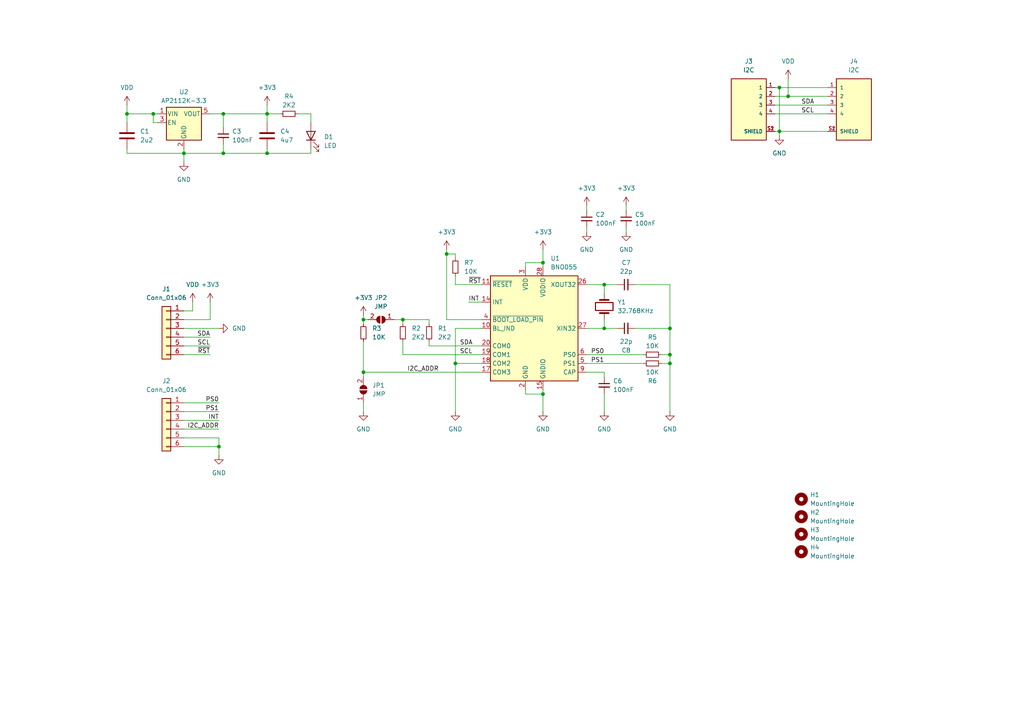
<source format=kicad_sch>
(kicad_sch (version 20230121) (generator eeschema)
  (paper "A4")
  (lib_symbols
    (symbol "Connector_Generic:Conn_01x06" (pin_names (offset 1.016) hide)
      (property "Reference" "J" (at 0 7.62 0))
      (property "Value" "Conn_01x06" (at 0 -10.16 0))
      (symbol "Conn_01x06_1_1"
        (rectangle (start -1.27 -7.493) (end 0 -7.747) (stroke (width 0.1524)))
        (rectangle (start -1.27 -4.953) (end 0 -5.207) (stroke (width 0.1524)))
        (rectangle (start -1.27 -2.413) (end 0 -2.667) (stroke (width 0.1524)))
        (rectangle (start -1.27 0.127) (end 0 -0.127) (stroke (width 0.1524)))
        (rectangle (start -1.27 2.667) (end 0 2.413) (stroke (width 0.1524)))
        (rectangle (start -1.27 5.207) (end 0 4.953) (stroke (width 0.1524)))
        (rectangle (start -1.27 6.35) (end 1.27 -8.89) (stroke (width 0.254)) (fill (type background)))
        (pin passive line (at -5.08 5.08 0) (length 3.81) (name "Pin_1") (number "1"))
        (pin passive line (at -5.08 2.54 0) (length 3.81) (name "Pin_2") (number "2"))
        (pin passive line (at -5.08 0 0) (length 3.81) (name "Pin_3") (number "3"))
        (pin passive line (at -5.08 -2.54 0) (length 3.81) (name "Pin_4") (number "4"))
        (pin passive line (at -5.08 -5.08 0) (length 3.81) (name "Pin_5") (number "5"))
        (pin passive line (at -5.08 -7.62 0) (length 3.81) (name "Pin_6") (number "6"))
      )
    )
    (symbol "Device:C" (pin_numbers hide) (pin_names (offset 0.254))
      (property "Reference" "C" (at 0.635 2.54 0))
      (property "Value" "C" (at 0.635 -2.54 0))
      (symbol "C_0_1"
        (polyline (pts (xy -2.032 -0.762) (xy 2.032 -0.762)) (stroke (width 0.508)))
        (polyline (pts (xy -2.032 0.762) (xy 2.032 0.762)) (stroke (width 0.508)))
      )
      (symbol "C_1_1"
        (pin passive line (at 0 3.81 270) (length 2.794) (name "~") (number "1"))
        (pin passive line (at 0 -3.81 90) (length 2.794) (name "~") (number "2"))
      )
    )
    (symbol "Device:C_Small" (pin_numbers hide) (pin_names (offset 0.254) hide)
      (property "Reference" "C" (at 0.254 1.778 0))
      (property "Value" "C_Small" (at 0.254 -2.032 0))
      (symbol "C_Small_0_1"
        (polyline (pts (xy -1.524 -0.508) (xy 1.524 -0.508)) (stroke (width 0.3302)))
        (polyline (pts (xy -1.524 0.508) (xy 1.524 0.508)) (stroke (width 0.3048)))
      )
      (symbol "C_Small_1_1"
        (pin passive line (at 0 2.54 270) (length 2.032) (name "~") (number "1"))
        (pin passive line (at 0 -2.54 90) (length 2.032) (name "~") (number "2"))
      )
    )
    (symbol "Device:Crystal" (pin_numbers hide) (pin_names (offset 1.016) hide)
      (property "Reference" "Y" (at 0 3.81 0))
      (property "Value" "Crystal" (at 0 -3.81 0))
      (symbol "Crystal_0_1"
        (rectangle (start -1.143 2.54) (end 1.143 -2.54) (stroke (width 0.3048)))
        (polyline (pts (xy -2.54 0) (xy -1.905 0)))
        (polyline (pts (xy -1.905 -1.27) (xy -1.905 1.27)) (stroke (width 0.508)))
        (polyline (pts (xy 1.905 -1.27) (xy 1.905 1.27)) (stroke (width 0.508)))
        (polyline (pts (xy 2.54 0) (xy 1.905 0)))
      )
      (symbol "Crystal_1_1"
        (pin passive line (at -3.81 0 0) (length 1.27) (name "1") (number "1"))
        (pin passive line (at 3.81 0 180) (length 1.27) (name "2") (number "2"))
      )
    )
    (symbol "Device:LED" (pin_numbers hide) (pin_names (offset 1.016) hide)
      (property "Reference" "D" (at 0 2.54 0))
      (property "Value" "LED" (at 0 -2.54 0))
      (symbol "LED_0_1"
        (polyline (pts (xy -1.27 -1.27) (xy -1.27 1.27)) (stroke (width 0.254)))
        (polyline (pts (xy -1.27 0) (xy 1.27 0)))
        (polyline (pts (xy 1.27 -1.27) (xy 1.27 1.27) (xy -1.27 0) (xy 1.27 -1.27)) (stroke (width 0.254)))
        (polyline (pts (xy -3.048 -0.762) (xy -4.572 -2.286) (xy -3.81 -2.286) (xy -4.572 -2.286) (xy -4.572 -1.524)))
        (polyline (pts (xy -1.778 -0.762) (xy -3.302 -2.286) (xy -2.54 -2.286) (xy -3.302 -2.286) (xy -3.302 -1.524)))
      )
      (symbol "LED_1_1"
        (pin passive line (at -3.81 0 0) (length 2.54) (name "K") (number "1"))
        (pin passive line (at 3.81 0 180) (length 2.54) (name "A") (number "2"))
      )
    )
    (symbol "Device:R_Small" (pin_numbers hide) (pin_names (offset 0.254) hide)
      (property "Reference" "R" (at 0.762 0.508 0))
      (property "Value" "R_Small" (at 0.762 -1.016 0))
      (symbol "R_Small_0_1"
        (rectangle (start -0.762 1.778) (end 0.762 -1.778) (stroke (width 0.2032)))
      )
      (symbol "R_Small_1_1"
        (pin passive line (at 0 2.54 270) (length 0.762) (name "~") (number "1"))
        (pin passive line (at 0 -2.54 90) (length 0.762) (name "~") (number "2"))
      )
    )
    (symbol "Jumper:SolderJumper_2_Open" (pin_names (offset 0) hide)
      (property "Reference" "JP" (at 0 2.032 0))
      (property "Value" "SolderJumper_2_Open" (at 0 -2.54 0))
      (symbol "SolderJumper_2_Open_0_1"
        (arc (start -0.254 1.016) (mid -1.2656 0) (end -0.254 -1.016))
        (arc (start -0.254 1.016) (mid -1.2656 0) (end -0.254 -1.016) (fill (type outline)))
        (polyline (pts (xy -0.254 1.016) (xy -0.254 -1.016)))
        (polyline (pts (xy 0.254 1.016) (xy 0.254 -1.016)))
        (arc (start 0.254 -1.016) (mid 1.2656 0) (end 0.254 1.016))
        (arc (start 0.254 -1.016) (mid 1.2656 0) (end 0.254 1.016) (fill (type outline)))
      )
      (symbol "SolderJumper_2_Open_1_1"
        (pin passive line (at -3.81 0 0) (length 2.54) (name "A") (number "1"))
        (pin passive line (at 3.81 0 180) (length 2.54) (name "B") (number "2"))
      )
    )
    (symbol "Mechanical:MountingHole" (pin_names (offset 1.016))
      (property "Reference" "H" (at 0 5.08 0))
      (property "Value" "MountingHole" (at 0 3.175 0))
      (symbol "MountingHole_0_1"
        (circle (center 0 0) (radius 1.27) (stroke (width 1.27)))
      )
    )
    (symbol "Regulator_Linear:AP2112K-3.3" (pin_names (offset 0.254))
      (property "Reference" "U" (at -5.08 5.715 0))
      (property "Value" "AP2112K-3.3" (at 0 5.715 0))
      (symbol "AP2112K-3.3_0_1"
        (rectangle (start -5.08 4.445) (end 5.08 -5.08) (stroke (width 0.254)) (fill (type background)))
      )
      (symbol "AP2112K-3.3_1_1"
        (pin power_in line (at -7.62 2.54 0) (length 2.54) (name "VIN") (number "1"))
        (pin power_in line (at 0 -7.62 90) (length 2.54) (name "GND") (number "2"))
        (pin input line (at -7.62 0 0) (length 2.54) (name "EN") (number "3"))
        (pin no_connect line (at 5.08 0 180) (length 2.54) hide (name "NC") (number "4"))
        (pin power_out line (at 7.62 2.54 180) (length 2.54) (name "VOUT") (number "5"))
      )
    )
    (symbol "SM04B-SRSS-TB_LF__SN_:SM04B-SRSS-TB_LF__SN_" (pin_names (offset 1.016))
      (property "Reference" "J" (at -5.0831 8.1433 0))
      (property "Value" "SM04B-SRSS-TB_LF__SN_" (at -5.0835 -11.9557 0))
      (symbol "SM04B-SRSS-TB_LF__SN__0_0"
        (rectangle (start -5.08 -10.16) (end 5.08 7.62) (stroke (width 0.254)) (fill (type background)))
        (pin passive line (at -7.62 5.08 0) (length 2.54) (name "1") (number "1"))
        (pin passive line (at -7.62 2.54 0) (length 2.54) (name "2") (number "2"))
        (pin passive line (at -7.62 0 0) (length 2.54) (name "3") (number "3"))
        (pin passive line (at -7.62 -2.54 0) (length 2.54) (name "4") (number "4"))
        (pin passive line (at -7.62 -7.62 0) (length 2.54) (name "SHIELD") (number "S1"))
        (pin passive line (at -7.62 -7.62 0) (length 2.54) (name "SHIELD") (number "S2"))
      )
    )
    (symbol "Sensor_Motion:BNO055"
      (property "Reference" "U" (at -11.43 16.51 0))
      (property "Value" "BNO055" (at 12.7 16.51 0))
      (symbol "BNO055_0_1"
        (rectangle (start -12.7 15.24) (end 12.7 -15.24) (stroke (width 0.254)) (fill (type background)))
      )
      (symbol "BNO055_1_1"
        (pin no_connect line (at -12.7 10.16 0) (length 2.54) hide (name "PIN1") (number "1"))
        (pin output line (at -15.24 0 0) (length 2.54) (name "BL_IND") (number "10"))
        (pin input line (at -15.24 12.7 0) (length 2.54) (name "~{RESET}") (number "11"))
        (pin no_connect line (at 12.7 10.16 180) (length 2.54) hide (name "PIN12") (number "12"))
        (pin no_connect line (at 12.7 7.62 180) (length 2.54) hide (name "PIN13") (number "13"))
        (pin output line (at -15.24 7.62 0) (length 2.54) (name "INT") (number "14"))
        (pin power_in line (at 2.54 -17.78 90) (length 2.54) (name "GNDIO") (number "15"))
        (pin passive line (at 2.54 -17.78 90) (length 2.54) hide (name "GNDIO") (number "16"))
        (pin input line (at -15.24 -12.7 0) (length 2.54) (name "COM3") (number "17"))
        (pin passive line (at -15.24 -10.16 0) (length 2.54) (name "COM2") (number "18"))
        (pin bidirectional line (at -15.24 -7.62 0) (length 2.54) (name "COM1") (number "19"))
        (pin power_in line (at -2.54 -17.78 90) (length 2.54) (name "GND") (number "2"))
        (pin bidirectional line (at -15.24 -5.08 0) (length 2.54) (name "COM0") (number "20"))
        (pin no_connect line (at 12.7 5.08 180) (length 2.54) hide (name "PIN21") (number "21"))
        (pin no_connect line (at 12.7 2.54 180) (length 2.54) hide (name "PIN22") (number "22"))
        (pin no_connect line (at 12.7 -2.54 180) (length 2.54) hide (name "PIN23") (number "23"))
        (pin no_connect line (at 12.7 -5.08 180) (length 2.54) hide (name "PIN24") (number "24"))
        (pin passive line (at 2.54 -17.78 90) (length 2.54) hide (name "GNDIO") (number "25"))
        (pin output line (at 15.24 12.7 180) (length 2.54) (name "XOUT32") (number "26"))
        (pin input line (at 15.24 0 180) (length 2.54) (name "XIN32") (number "27"))
        (pin power_in line (at 2.54 17.78 270) (length 2.54) (name "VDDIO") (number "28"))
        (pin power_in line (at -2.54 17.78 270) (length 2.54) (name "VDD") (number "3"))
        (pin input line (at -15.24 2.54 0) (length 2.54) (name "~{BOOT_LOAD_PIN}") (number "4"))
        (pin input line (at 15.24 -10.16 180) (length 2.54) (name "PS1") (number "5"))
        (pin input line (at 15.24 -7.62 180) (length 2.54) (name "PS0") (number "6"))
        (pin no_connect line (at -12.7 5.08 0) (length 2.54) hide (name "PIN7") (number "7"))
        (pin no_connect line (at -12.7 -2.54 0) (length 2.54) hide (name "PIN8") (number "8"))
        (pin passive line (at 15.24 -12.7 180) (length 2.54) (name "CAP") (number "9"))
      )
    )
    (symbol "power:+3V3" (power) (pin_names (offset 0))
      (property "Value" "+3V3" (at 0 3.556 0))
      (symbol "+3V3_0_1"
        (polyline (pts (xy -0.762 1.27) (xy 0 2.54)))
        (polyline (pts (xy 0 0) (xy 0 2.54)))
        (polyline (pts (xy 0 2.54) (xy 0.762 1.27)))
      )
      (symbol "+3V3_1_1"
        (pin power_in line (at 0 0 90) (length 0) hide (name "+3V3") (number "1"))
      )
    )
    (symbol "power:GND" (power) (pin_names (offset 0))
      (property "Value" "GND" (at 0 -3.81 0))
      (symbol "GND_0_1"
        (polyline (pts (xy 0 0) (xy 0 -1.27) (xy 1.27 -1.27) (xy 0 -2.54) (xy -1.27 -1.27) (xy 0 -1.27)))
      )
      (symbol "GND_1_1"
        (pin power_in line (at 0 0 270) (length 0) hide (name "GND") (number "1"))
      )
    )
    (symbol "power:VDD" (power) (pin_names (offset 0))
      (property "Value" "VDD" (at 0 3.81 0))
      (symbol "VDD_0_1"
        (polyline (pts (xy -0.762 1.27) (xy 0 2.54)))
        (polyline (pts (xy 0 0) (xy 0 2.54)))
        (polyline (pts (xy 0 2.54) (xy 0.762 1.27)))
      )
      (symbol "VDD_1_1"
        (pin power_in line (at 0 0 90) (length 0) hide (name "VDD") (number "1"))
      )
    )
  )
  (junction (at 132.08 105.41))
  (junction (at 44.45 33.02))
  (junction (at 64.77 33.02))
  (junction (at 157.48 114.3))
  (junction (at 129.54 73.66))
  (junction (at 226.06 25.4))
  (junction (at 194.31 102.87))
  (junction (at 175.26 82.55))
  (junction (at 175.26 95.25))
  (junction (at 157.48 76.2))
  (junction (at 63.5 129.54))
  (junction (at 105.41 107.95))
  (junction (at 53.34 44.45))
  (junction (at 36.83 33.02))
  (junction (at 226.06 38.1))
  (junction (at 228.6 27.94))
  (junction (at 64.77 44.45))
  (junction (at 105.41 92.71))
  (junction (at 194.31 105.41))
  (junction (at 77.47 44.45))
  (junction (at 77.47 33.02))
  (junction (at 116.84 92.71))
  (junction (at 194.31 95.25))
  (wire (pts (xy 124.46 93.98) (xy 124.46 92.71)))
  (wire (pts (xy 53.34 44.45) (xy 64.77 44.45)))
  (wire (pts (xy 90.17 43.18) (xy 90.17 44.45)))
  (wire (pts (xy 63.5 129.54) (xy 63.5 132.08)))
  (wire (pts (xy 124.46 100.33) (xy 139.7 100.33)))
  (wire (pts (xy 64.77 33.02) (xy 64.77 36.83)))
  (wire (pts (xy 60.96 33.02) (xy 64.77 33.02)))
  (wire (pts (xy 139.7 92.71) (xy 129.54 92.71)))
  (wire (pts (xy 60.96 92.71) (xy 60.96 87.63)))
  (wire (pts (xy 170.18 102.87) (xy 186.69 102.87)))
  (wire (pts (xy 105.41 119.38) (xy 105.41 116.84)))
  (wire (pts (xy 53.34 100.33) (xy 60.96 100.33)))
  (wire (pts (xy 175.26 82.55) (xy 179.07 82.55)))
  (wire (pts (xy 63.5 127) (xy 63.5 129.54)))
  (wire (pts (xy 139.7 95.25) (xy 132.08 95.25)))
  (wire (pts (xy 77.47 30.48) (xy 77.47 33.02)))
  (wire (pts (xy 53.34 95.25) (xy 63.5 95.25)))
  (wire (pts (xy 191.77 102.87) (xy 194.31 102.87)))
  (wire (pts (xy 132.08 105.41) (xy 132.08 119.38)))
  (wire (pts (xy 114.3 92.71) (xy 116.84 92.71)))
  (wire (pts (xy 228.6 22.86) (xy 228.6 27.94)))
  (wire (pts (xy 53.34 92.71) (xy 60.96 92.71)))
  (wire (pts (xy 53.34 102.87) (xy 60.96 102.87)))
  (wire (pts (xy 157.48 76.2) (xy 157.48 77.47)))
  (wire (pts (xy 139.7 107.95) (xy 105.41 107.95)))
  (wire (pts (xy 170.18 82.55) (xy 175.26 82.55)))
  (wire (pts (xy 105.41 92.71) (xy 106.68 92.71)))
  (wire (pts (xy 105.41 99.06) (xy 105.41 107.95)))
  (wire (pts (xy 157.48 72.39) (xy 157.48 76.2)))
  (wire (pts (xy 53.34 119.38) (xy 63.5 119.38)))
  (wire (pts (xy 64.77 44.45) (xy 77.47 44.45)))
  (wire (pts (xy 64.77 41.91) (xy 64.77 44.45)))
  (wire (pts (xy 224.79 30.48) (xy 240.03 30.48)))
  (wire (pts (xy 194.31 82.55) (xy 184.15 82.55)))
  (wire (pts (xy 77.47 44.45) (xy 77.47 43.18)))
  (wire (pts (xy 224.79 38.1) (xy 226.06 38.1)))
  (wire (pts (xy 129.54 72.39) (xy 129.54 73.66)))
  (wire (pts (xy 175.26 82.55) (xy 175.26 85.09)))
  (wire (pts (xy 194.31 95.25) (xy 194.31 82.55)))
  (wire (pts (xy 175.26 95.25) (xy 175.26 92.71)))
  (wire (pts (xy 194.31 102.87) (xy 194.31 95.25)))
  (wire (pts (xy 124.46 92.71) (xy 116.84 92.71)))
  (wire (pts (xy 170.18 95.25) (xy 175.26 95.25)))
  (wire (pts (xy 116.84 102.87) (xy 139.7 102.87)))
  (wire (pts (xy 175.26 95.25) (xy 179.07 95.25)))
  (wire (pts (xy 157.48 119.38) (xy 157.48 114.3)))
  (wire (pts (xy 132.08 80.01) (xy 132.08 82.55)))
  (wire (pts (xy 228.6 27.94) (xy 240.03 27.94)))
  (wire (pts (xy 105.41 91.44) (xy 105.41 92.71)))
  (wire (pts (xy 53.34 97.79) (xy 60.96 97.79)))
  (wire (pts (xy 170.18 67.31) (xy 170.18 66.04)))
  (wire (pts (xy 226.06 25.4) (xy 240.03 25.4)))
  (wire (pts (xy 132.08 105.41) (xy 139.7 105.41)))
  (wire (pts (xy 36.83 33.02) (xy 36.83 35.56)))
  (wire (pts (xy 53.34 90.17) (xy 55.88 90.17)))
  (wire (pts (xy 191.77 105.41) (xy 194.31 105.41)))
  (wire (pts (xy 53.34 129.54) (xy 63.5 129.54)))
  (wire (pts (xy 124.46 99.06) (xy 124.46 100.33)))
  (wire (pts (xy 152.4 113.03) (xy 152.4 114.3)))
  (wire (pts (xy 53.34 116.84) (xy 63.5 116.84)))
  (wire (pts (xy 64.77 33.02) (xy 77.47 33.02)))
  (wire (pts (xy 105.41 92.71) (xy 105.41 93.98)))
  (wire (pts (xy 36.83 44.45) (xy 53.34 44.45)))
  (wire (pts (xy 226.06 38.1) (xy 240.03 38.1)))
  (wire (pts (xy 44.45 35.56) (xy 44.45 33.02)))
  (wire (pts (xy 53.34 127) (xy 63.5 127)))
  (wire (pts (xy 90.17 33.02) (xy 90.17 35.56)))
  (wire (pts (xy 53.34 44.45) (xy 53.34 43.18)))
  (wire (pts (xy 132.08 95.25) (xy 132.08 105.41)))
  (wire (pts (xy 175.26 119.38) (xy 175.26 114.3)))
  (wire (pts (xy 175.26 107.95) (xy 175.26 109.22)))
  (wire (pts (xy 77.47 33.02) (xy 77.47 35.56)))
  (wire (pts (xy 132.08 73.66) (xy 132.08 74.93)))
  (wire (pts (xy 36.83 30.48) (xy 36.83 33.02)))
  (wire (pts (xy 129.54 73.66) (xy 132.08 73.66)))
  (wire (pts (xy 194.31 105.41) (xy 194.31 102.87)))
  (wire (pts (xy 226.06 38.1) (xy 226.06 39.37)))
  (wire (pts (xy 86.36 33.02) (xy 90.17 33.02)))
  (wire (pts (xy 224.79 25.4) (xy 226.06 25.4)))
  (wire (pts (xy 157.48 114.3) (xy 157.48 113.03)))
  (wire (pts (xy 53.34 46.99) (xy 53.34 44.45)))
  (wire (pts (xy 152.4 114.3) (xy 157.48 114.3)))
  (wire (pts (xy 53.34 124.46) (xy 63.5 124.46)))
  (wire (pts (xy 132.08 82.55) (xy 139.7 82.55)))
  (wire (pts (xy 152.4 76.2) (xy 157.48 76.2)))
  (wire (pts (xy 44.45 33.02) (xy 36.83 33.02)))
  (wire (pts (xy 53.34 121.92) (xy 63.5 121.92)))
  (wire (pts (xy 45.72 33.02) (xy 44.45 33.02)))
  (wire (pts (xy 181.61 67.31) (xy 181.61 66.04)))
  (wire (pts (xy 170.18 105.41) (xy 186.69 105.41)))
  (wire (pts (xy 77.47 33.02) (xy 81.28 33.02)))
  (wire (pts (xy 55.88 90.17) (xy 55.88 87.63)))
  (wire (pts (xy 170.18 107.95) (xy 175.26 107.95)))
  (wire (pts (xy 152.4 77.47) (xy 152.4 76.2)))
  (wire (pts (xy 224.79 27.94) (xy 228.6 27.94)))
  (wire (pts (xy 90.17 44.45) (xy 77.47 44.45)))
  (wire (pts (xy 116.84 99.06) (xy 116.84 102.87)))
  (wire (pts (xy 135.89 87.63) (xy 139.7 87.63)))
  (wire (pts (xy 224.79 33.02) (xy 240.03 33.02)))
  (wire (pts (xy 194.31 119.38) (xy 194.31 105.41)))
  (wire (pts (xy 45.72 35.56) (xy 44.45 35.56)))
  (wire (pts (xy 170.18 59.69) (xy 170.18 60.96)))
  (wire (pts (xy 36.83 43.18) (xy 36.83 44.45)))
  (wire (pts (xy 184.15 95.25) (xy 194.31 95.25)))
  (wire (pts (xy 105.41 107.95) (xy 105.41 109.22)))
  (wire (pts (xy 116.84 92.71) (xy 116.84 93.98)))
  (wire (pts (xy 129.54 92.71) (xy 129.54 73.66)))
  (wire (pts (xy 181.61 59.69) (xy 181.61 60.96)))
  (wire (pts (xy 226.06 25.4) (xy 226.06 38.1)))
  (label "PS1" (at 175.26 105.41 180))
  (label "SCL" (at 133.35 102.87 0))
  (label "INT" (at 63.5 121.92 180))
  (label "I2C_ADDR" (at 118.11 107.95 0))
  (label "PS0" (at 175.26 102.87 180))
  (label "PS1" (at 63.5 119.38 180))
  (label "SDA" (at 133.35 100.33 0))
  (label "SCL" (at 60.96 100.33 180))
  (label "SDA" (at 232.41 30.48 0))
  (label "SDA" (at 60.96 97.79 180))
  (label "I2C_ADDR" (at 63.5 124.46 180))
  (label "~{RST}" (at 60.96 102.87 180))
  (label "SCL" (at 232.41 33.02 0))
  (label "PS0" (at 63.5 116.84 180))
  (label "~{RST}" (at 135.89 82.55 0))
  (label "INT" (at 135.89 87.63 0))
  (symbol (lib_id "Device:C_Small") (at 64.77 39.37 0) (unit 1)
    (property "Reference" "C3" (at 67.31 38.1063 0) (effects (justify left)))
    (property "Value" "100nF" (at 67.31 40.6463 0) (effects (justify left)))
    (property "Footprint" "Capacitor_SMD:C_0402_1005Metric" (effects hide))
  )
  (symbol (lib_id "power:GND") (at 53.34 46.99 0) (unit 1)
    (property "Reference" "#PWR05" (effects hide))
    (property "Value" "GND" (at 53.34 52.07 0))
  )
  (symbol (lib_id "power:+3V3") (at 105.41 91.44 0) (unit 1)
    (property "Reference" "#PWR013" (effects hide))
    (property "Value" "+3V3" (at 105.41 86.36 0))
  )
  (symbol (lib_id "Device:Crystal") (at 175.26 88.9 90) (unit 1)
    (property "Reference" "Y1" (at 179.07 87.63 90) (effects (justify right)))
    (property "Value" "32.768KHz" (at 179.07 90.17 90) (effects (justify right)))
    (property "Footprint" "Crystal:Crystal_SMD_3215-2Pin_3.2x1.5mm" (effects hide))
  )
  (symbol (lib_id "power:GND") (at 63.5 95.25 90) (unit 1)
    (property "Reference" "#PWR020" (effects hide))
    (property "Value" "GND" (at 67.31 95.25 90) (effects (justify right)))
  )
  (symbol (lib_id "Mechanical:MountingHole") (at 232.41 144.78 0) (unit 1)
    (property "Reference" "H1" (at 234.95 143.51 0) (effects (justify left)))
    (property "Value" "MountingHole" (at 234.95 146.05 0) (effects (justify left)))
    (property "Footprint" "MountingHole:MountingHole_3.2mm_M3" (effects hide))
  )
  (symbol (lib_id "Connector_Generic:Conn_01x06") (at 48.26 95.25 0) (mirror y) (unit 1)
    (property "Reference" "J1" (at 48.26 83.82 0))
    (property "Value" "Conn_01x06" (at 48.26 86.36 0))
    (property "Footprint" "Connector_PinHeader_2.54mm:PinHeader_1x06_P2.54mm_Vertical" (effects hide))
  )
  (symbol (lib_id "power:+3V3") (at 157.48 72.39 0) (unit 1)
    (property "Reference" "#PWR01" (effects hide))
    (property "Value" "+3V3" (at 157.48 67.31 0))
  )
  (symbol (lib_id "SM04B-SRSS-TB_LF__SN_:SM04B-SRSS-TB_LF__SN_") (at 217.17 30.48 0) (mirror y) (unit 1)
    (property "Reference" "J3" (at 217.17 17.78 0))
    (property "Value" "I2C" (at 217.17 20.32 0))
    (property "Footprint" "SM04B-SRSS-TB_LF__SN_:JST_SM04B-SRSS-TB_LF__SN_" (effects hide))
    (property "MF" "JST Sales" (effects hide))
    (property "Description" "\nConnector Header Surface Mount, Right Angle 4 position 0.039 (1.00mm)\n" (effects hide))
    (property "Package" "None" (effects hide))
    (property "Price" "None" (effects hide))
    (property "Check_prices" "https://www.snapeda.com/parts/SM04B-SRSS-TB(LF)(SN)/JST+Sales+America+Inc./view-part/?ref=eda" (effects hide))
    (property "STANDARD" "Manufacturer recommendations" (effects hide))
    (property "SnapEDA_Link" "https://www.snapeda.com/parts/SM04B-SRSS-TB(LF)(SN)/JST+Sales+America+Inc./view-part/?ref=snap" (effects hide))
    (property "MP" "SM04B-SRSS-TB(LF)(SN)" (effects hide))
    (property "Availability" "In Stock" (effects hide))
    (property "MANUFACTURER" "JST" (effects hide))
  )
  (symbol (lib_id "Device:R_Small") (at 189.23 105.41 90) (mirror x) (unit 1)
    (property "Reference" "R6" (at 189.23 110.49 90))
    (property "Value" "10K" (at 189.23 107.95 90))
    (property "Footprint" "Resistor_SMD:R_0402_1005Metric" (effects hide))
  )
  (symbol (lib_id "power:GND") (at 132.08 119.38 0) (unit 1)
    (property "Reference" "#PWR015" (effects hide))
    (property "Value" "GND" (at 132.08 124.46 0))
  )
  (symbol (lib_id "power:VDD") (at 228.6 22.86 0) (unit 1)
    (property "Reference" "#PWR017" (effects hide))
    (property "Value" "VDD" (at 228.6 17.78 0))
  )
  (symbol (lib_id "Device:R_Small") (at 83.82 33.02 90) (unit 1)
    (property "Reference" "R4" (at 83.82 27.94 90))
    (property "Value" "2K2" (at 83.82 30.48 90))
    (property "Footprint" "Resistor_SMD:R_0402_1005Metric" (effects hide))
  )
  (symbol (lib_id "power:GND") (at 226.06 39.37 0) (unit 1)
    (property "Reference" "#PWR016" (effects hide))
    (property "Value" "GND" (at 226.06 44.45 0))
  )
  (symbol (lib_id "power:GND") (at 170.18 67.31 0) (unit 1)
    (property "Reference" "#PWR04" (effects hide))
    (property "Value" "GND" (at 170.18 72.39 0))
  )
  (symbol (lib_id "SM04B-SRSS-TB_LF__SN_:SM04B-SRSS-TB_LF__SN_") (at 247.65 30.48 0) (unit 1)
    (property "Reference" "J4" (at 247.65 17.78 0))
    (property "Value" "I2C" (at 247.65 20.32 0))
    (property "Footprint" "SM04B-SRSS-TB_LF__SN_:JST_SM04B-SRSS-TB_LF__SN_" (effects hide))
    (property "MF" "JST Sales" (effects hide))
    (property "Description" "\nConnector Header Surface Mount, Right Angle 4 position 0.039 (1.00mm)\n" (effects hide))
    (property "Package" "None" (effects hide))
    (property "Price" "None" (effects hide))
    (property "Check_prices" "https://www.snapeda.com/parts/SM04B-SRSS-TB(LF)(SN)/JST+Sales+America+Inc./view-part/?ref=eda" (effects hide))
    (property "STANDARD" "Manufacturer recommendations" (effects hide))
    (property "SnapEDA_Link" "https://www.snapeda.com/parts/SM04B-SRSS-TB(LF)(SN)/JST+Sales+America+Inc./view-part/?ref=snap" (effects hide))
    (property "MP" "SM04B-SRSS-TB(LF)(SN)" (effects hide))
    (property "Availability" "In Stock" (effects hide))
    (property "MANUFACTURER" "JST" (effects hide))
  )
  (symbol (lib_id "power:GND") (at 157.48 119.38 0) (unit 1)
    (property "Reference" "#PWR02" (effects hide))
    (property "Value" "GND" (at 157.48 124.46 0))
  )
  (symbol (lib_id "Device:C") (at 77.47 39.37 0) (unit 1)
    (property "Reference" "C4" (at 81.28 38.1 0) (effects (justify left)))
    (property "Value" "4u7" (at 81.28 40.64 0) (effects (justify left)))
    (property "Footprint" "Capacitor_SMD:C_0603_1608Metric" (effects hide))
  )
  (symbol (lib_id "power:+3V3") (at 60.96 87.63 0) (unit 1)
    (property "Reference" "#PWR019" (effects hide))
    (property "Value" "+3V3" (at 60.96 82.55 0))
  )
  (symbol (lib_id "Device:R_Small") (at 189.23 102.87 90) (unit 1)
    (property "Reference" "R5" (at 189.23 97.79 90))
    (property "Value" "10K" (at 189.23 100.33 90))
    (property "Footprint" "Resistor_SMD:R_0402_1005Metric" (effects hide))
  )
  (symbol (lib_id "Device:R_Small") (at 124.46 96.52 0) (unit 1)
    (property "Reference" "R1" (at 127 95.25 0) (effects (justify left)))
    (property "Value" "2K2" (at 127 97.79 0) (effects (justify left)))
    (property "Footprint" "Resistor_SMD:R_0402_1005Metric" (effects hide))
  )
  (symbol (lib_id "Device:C_Small") (at 181.61 63.5 0) (unit 1)
    (property "Reference" "C5" (at 184.15 62.2363 0) (effects (justify left)))
    (property "Value" "100nF" (at 184.15 64.7763 0) (effects (justify left)))
    (property "Footprint" "Capacitor_SMD:C_0402_1005Metric" (effects hide))
  )
  (symbol (lib_id "power:GND") (at 63.5 132.08 0) (unit 1)
    (property "Reference" "#PWR021" (effects hide))
    (property "Value" "GND" (at 63.5 137.16 0))
  )
  (symbol (lib_id "power:+3V3") (at 170.18 59.69 0) (unit 1)
    (property "Reference" "#PWR03" (effects hide))
    (property "Value" "+3V3" (at 170.18 54.61 0))
  )
  (symbol (lib_id "power:GND") (at 105.41 119.38 0) (unit 1)
    (property "Reference" "#PWR012" (effects hide))
    (property "Value" "GND" (at 105.41 124.46 0))
  )
  (symbol (lib_id "Device:R_Small") (at 105.41 96.52 0) (unit 1)
    (property "Reference" "R3" (at 107.95 95.25 0) (effects (justify left)))
    (property "Value" "10K" (at 107.95 97.79 0) (effects (justify left)))
    (property "Footprint" "Resistor_SMD:R_0402_1005Metric" (effects hide))
  )
  (symbol (lib_id "Device:C_Small") (at 181.61 95.25 90) (mirror x) (unit 1)
    (property "Reference" "C8" (at 181.6163 101.6 90))
    (property "Value" "22p" (at 181.6163 99.06 90))
    (property "Footprint" "Capacitor_SMD:C_0402_1005Metric" (effects hide))
  )
  (symbol (lib_id "Jumper:SolderJumper_2_Open") (at 110.49 92.71 180) (unit 1)
    (property "Reference" "JP2" (at 110.49 86.36 0))
    (property "Value" "JMP" (at 110.49 88.9 0))
    (property "Footprint" "Jumper:SolderJumper-2_P1.3mm_Open_RoundedPad1.0x1.5mm" (effects hide))
  )
  (symbol (lib_id "Sensor_Motion:BNO055") (at 154.94 95.25 0) (unit 1)
    (property "Reference" "U1" (at 159.6741 74.93 0) (effects (justify left)))
    (property "Value" "BNO055" (at 159.6741 77.47 0) (effects (justify left)))
    (property "Footprint" "Package_LGA:LGA-28_5.2x3.8mm_P0.5mm" (effects hide))
    (property "Datasheet" "https://www.bosch-sensortec.com/media/boschsensortec/downloads/datasheets/bst-bno055-ds000.pdf" (effects hide))
  )
  (symbol (lib_id "Device:C_Small") (at 175.26 111.76 0) (unit 1)
    (property "Reference" "C6" (at 177.8 110.4963 0) (effects (justify left)))
    (property "Value" "100nF" (at 177.8 113.0363 0) (effects (justify left)))
    (property "Footprint" "Capacitor_SMD:C_0402_1005Metric" (effects hide))
  )
  (symbol (lib_id "Device:LED") (at 90.17 39.37 90) (unit 1)
    (property "Reference" "D1" (at 93.98 39.6875 90) (effects (justify right)))
    (property "Value" "LED" (at 93.98 42.2275 90) (effects (justify right)))
    (property "Footprint" "LED_SMD:LED_0805_2012Metric" (effects hide))
  )
  (symbol (lib_id "power:GND") (at 194.31 119.38 0) (unit 1)
    (property "Reference" "#PWR010" (effects hide))
    (property "Value" "GND" (at 194.31 124.46 0))
  )
  (symbol (lib_id "power:+3V3") (at 77.47 30.48 0) (unit 1)
    (property "Reference" "#PWR06" (effects hide))
    (property "Value" "+3V3" (at 77.47 25.4 0))
  )
  (symbol (lib_id "power:+3V3") (at 129.54 72.39 0) (unit 1)
    (property "Reference" "#PWR014" (effects hide))
    (property "Value" "+3V3" (at 129.54 67.31 0))
  )
  (symbol (lib_id "Device:R_Small") (at 132.08 77.47 0) (unit 1)
    (property "Reference" "R7" (at 134.62 76.2 0) (effects (justify left)))
    (property "Value" "10K" (at 134.62 78.74 0) (effects (justify left)))
    (property "Footprint" "Resistor_SMD:R_0402_1005Metric" (effects hide))
  )
  (symbol (lib_id "Device:C_Small") (at 170.18 63.5 0) (unit 1)
    (property "Reference" "C2" (at 172.72 62.2363 0) (effects (justify left)))
    (property "Value" "100nF" (at 172.72 64.7763 0) (effects (justify left)))
    (property "Footprint" "Capacitor_SMD:C_0402_1005Metric" (effects hide))
  )
  (symbol (lib_id "Regulator_Linear:AP2112K-3.3") (at 53.34 35.56 0) (unit 1)
    (property "Reference" "U2" (at 53.34 26.67 0))
    (property "Value" "AP2112K-3.3" (at 53.34 29.21 0))
    (property "Footprint" "Package_TO_SOT_SMD:SOT-23-5" (effects hide))
    (property "Datasheet" "https://www.diodes.com/assets/Datasheets/AP2112.pdf" (effects hide))
  )
  (symbol (lib_id "power:GND") (at 175.26 119.38 0) (unit 1)
    (property "Reference" "#PWR011" (effects hide))
    (property "Value" "GND" (at 175.26 124.46 0))
  )
  (symbol (lib_id "power:VDD") (at 36.83 30.48 0) (unit 1)
    (property "Reference" "#PWR07" (effects hide))
    (property "Value" "VDD" (at 36.83 25.4 0))
  )
  (symbol (lib_id "Mechanical:MountingHole") (at 232.41 149.86 0) (unit 1)
    (property "Reference" "H2" (at 234.95 148.59 0) (effects (justify left)))
    (property "Value" "MountingHole" (at 234.95 151.13 0) (effects (justify left)))
    (property "Footprint" "MountingHole:MountingHole_3.2mm_M3" (effects hide))
  )
  (symbol (lib_id "Device:C_Small") (at 181.61 82.55 90) (unit 1)
    (property "Reference" "C7" (at 181.6163 76.2 90))
    (property "Value" "22p" (at 181.6163 78.74 90))
    (property "Footprint" "Capacitor_SMD:C_0402_1005Metric" (effects hide))
  )
  (symbol (lib_id "Jumper:SolderJumper_2_Open") (at 105.41 113.03 90) (unit 1)
    (property "Reference" "JP1" (at 107.95 111.76 90) (effects (justify right)))
    (property "Value" "JMP" (at 107.95 114.3 90) (effects (justify right)))
    (property "Footprint" "Jumper:SolderJumper-2_P1.3mm_Open_RoundedPad1.0x1.5mm" (effects hide))
  )
  (symbol (lib_id "Connector_Generic:Conn_01x06") (at 48.26 121.92 0) (mirror y) (unit 1)
    (property "Reference" "J2" (at 48.26 110.49 0))
    (property "Value" "Conn_01x06" (at 48.26 113.03 0))
    (property "Footprint" "Connector_PinHeader_2.54mm:PinHeader_1x06_P2.54mm_Vertical" (effects hide))
  )
  (symbol (lib_id "Device:C") (at 36.83 39.37 0) (unit 1)
    (property "Reference" "C1" (at 40.64 38.1 0) (effects (justify left)))
    (property "Value" "2u2" (at 40.64 40.64 0) (effects (justify left)))
    (property "Footprint" "Capacitor_SMD:C_0603_1608Metric" (effects hide))
  )
  (symbol (lib_id "power:GND") (at 181.61 67.31 0) (unit 1)
    (property "Reference" "#PWR09" (effects hide))
    (property "Value" "GND" (at 181.61 72.39 0))
  )
  (symbol (lib_id "Mechanical:MountingHole") (at 232.41 154.94 0) (unit 1)
    (property "Reference" "H3" (at 234.95 153.67 0) (effects (justify left)))
    (property "Value" "MountingHole" (at 234.95 156.21 0) (effects (justify left)))
    (property "Footprint" "MountingHole:MountingHole_3.2mm_M3" (effects hide))
  )
  (symbol (lib_id "Mechanical:MountingHole") (at 232.41 160.02 0) (unit 1)
    (property "Reference" "H4" (at 234.95 158.75 0) (effects (justify left)))
    (property "Value" "MountingHole" (at 234.95 161.29 0) (effects (justify left)))
    (property "Footprint" "MountingHole:MountingHole_3.2mm_M3" (effects hide))
  )
  (symbol (lib_id "power:+3V3") (at 181.61 59.69 0) (unit 1)
    (property "Reference" "#PWR08" (effects hide))
    (property "Value" "+3V3" (at 181.61 54.61 0))
  )
  (symbol (lib_id "power:VDD") (at 55.88 87.63 0) (unit 1)
    (property "Reference" "#PWR018" (effects hide))
    (property "Value" "VDD" (at 55.88 82.55 0))
  )
  (symbol (lib_id "Device:R_Small") (at 116.84 96.52 0) (unit 1)
    (property "Reference" "R2" (at 119.38 95.25 0) (effects (justify left)))
    (property "Value" "2K2" (at 119.38 97.79 0) (effects (justify left)))
    (property "Footprint" "Resistor_SMD:R_0402_1005Metric" (effects hide))
  )
)
</source>
